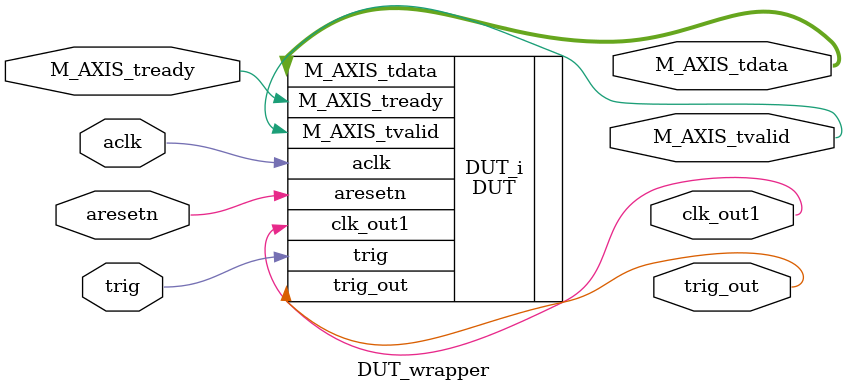
<source format=v>
`timescale 1 ps / 1 ps

module DUT_wrapper
   (M_AXIS_tdata,
    M_AXIS_tready,
    M_AXIS_tvalid,
    aclk,
    aresetn,
    clk_out1,
    trig,
    trig_out);
  output [15:0]M_AXIS_tdata;
  input M_AXIS_tready;
  output M_AXIS_tvalid;
  input aclk;
  input aresetn;
  output clk_out1;
  input trig;
  output [0:0]trig_out;

  wire [15:0]M_AXIS_tdata;
  wire M_AXIS_tready;
  wire M_AXIS_tvalid;
  wire aclk;
  wire aresetn;
  wire clk_out1;
  wire trig;
  wire [0:0]trig_out;

  DUT DUT_i
       (.M_AXIS_tdata(M_AXIS_tdata),
        .M_AXIS_tready(M_AXIS_tready),
        .M_AXIS_tvalid(M_AXIS_tvalid),
        .aclk(aclk),
        .aresetn(aresetn),
        .clk_out1(clk_out1),
        .trig(trig),
        .trig_out(trig_out));
endmodule

</source>
